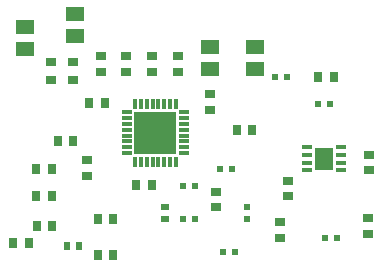
<source format=gbr>
G04 EAGLE Gerber RS-274X export*
G75*
%MOMM*%
%FSLAX34Y34*%
%LPD*%
%INSolderpaste Top*%
%IPPOS*%
%AMOC8*
5,1,8,0,0,1.08239X$1,22.5*%
G01*
%ADD10R,0.900000X0.700000*%
%ADD11R,0.700000X0.900000*%
%ADD12R,1.500000X1.300000*%
%ADD13R,0.900000X0.350000*%
%ADD14R,1.595000X1.853000*%
%ADD15R,0.900000X0.300000*%
%ADD16R,0.300000X0.900000*%
%ADD17R,3.550000X3.550000*%
%ADD18R,0.500000X0.500000*%
%ADD19R,0.700000X0.600000*%
%ADD20R,0.600000X0.700000*%
%ADD21R,0.900000X0.800000*%


D10*
X332800Y107700D03*
X332800Y120700D03*
X264900Y98900D03*
X264900Y85900D03*
X127500Y191200D03*
X127500Y204200D03*
X171500Y191400D03*
X171500Y204400D03*
D11*
X51400Y108600D03*
X64400Y108600D03*
D12*
X198500Y193200D03*
X198500Y212200D03*
D11*
X51600Y85600D03*
X64600Y85600D03*
X51800Y60600D03*
X64800Y60600D03*
X32000Y46600D03*
X45000Y46600D03*
D12*
X236500Y193400D03*
X236500Y212400D03*
D10*
X106400Y191200D03*
X106400Y204200D03*
D12*
X42300Y210100D03*
X42300Y229100D03*
X84300Y221300D03*
X84300Y240300D03*
D11*
X96400Y164600D03*
X109400Y164600D03*
D10*
X149300Y191400D03*
X149300Y204400D03*
X203700Y89400D03*
X203700Y76400D03*
D11*
X149200Y95300D03*
X136200Y95300D03*
D10*
X332700Y67000D03*
X332700Y54000D03*
X257700Y63800D03*
X257700Y50800D03*
D11*
X290400Y186700D03*
X303400Y186700D03*
X103400Y35800D03*
X116400Y35800D03*
X103600Y66800D03*
X116600Y66800D03*
D10*
X94800Y116200D03*
X94800Y103200D03*
X198800Y172000D03*
X198800Y159000D03*
D11*
X221200Y141800D03*
X234200Y141800D03*
X82600Y132200D03*
X69600Y132200D03*
D13*
X309800Y107750D03*
X309800Y114250D03*
X309800Y120750D03*
X309800Y127250D03*
X280800Y127250D03*
X280800Y120750D03*
X280800Y114250D03*
X280800Y107750D03*
D14*
X295300Y117500D03*
D15*
X127900Y157200D03*
X127900Y152200D03*
X127900Y147200D03*
X127900Y142200D03*
X127900Y137200D03*
X127900Y132200D03*
X127900Y127200D03*
X127900Y122200D03*
D16*
X134900Y115200D03*
X139900Y115200D03*
X144900Y115200D03*
X149900Y115200D03*
X154900Y115200D03*
X159900Y115200D03*
X164900Y115200D03*
X169900Y115200D03*
D15*
X176900Y122200D03*
X176900Y127200D03*
X176900Y132200D03*
X176900Y137200D03*
X176900Y142200D03*
X176900Y147200D03*
X176900Y152200D03*
X176900Y157200D03*
D16*
X169900Y164200D03*
X164900Y164200D03*
X159900Y164200D03*
X154900Y164200D03*
X149900Y164200D03*
X144900Y164200D03*
X139900Y164200D03*
X134900Y164200D03*
D17*
X152400Y139700D03*
D18*
X253520Y186500D03*
X263680Y186500D03*
X209420Y38500D03*
X219580Y38500D03*
X175920Y94700D03*
X186080Y94700D03*
X206820Y108700D03*
X216980Y108700D03*
X186280Y66300D03*
X176120Y66300D03*
X229700Y76380D03*
X229700Y66220D03*
X295520Y50700D03*
X305680Y50700D03*
X290420Y163700D03*
X300580Y163700D03*
D19*
X160100Y66500D03*
X160100Y76500D03*
D20*
X77400Y43900D03*
X87400Y43900D03*
D21*
X64250Y184650D03*
X82750Y184650D03*
X82750Y199150D03*
X64250Y199150D03*
M02*

</source>
